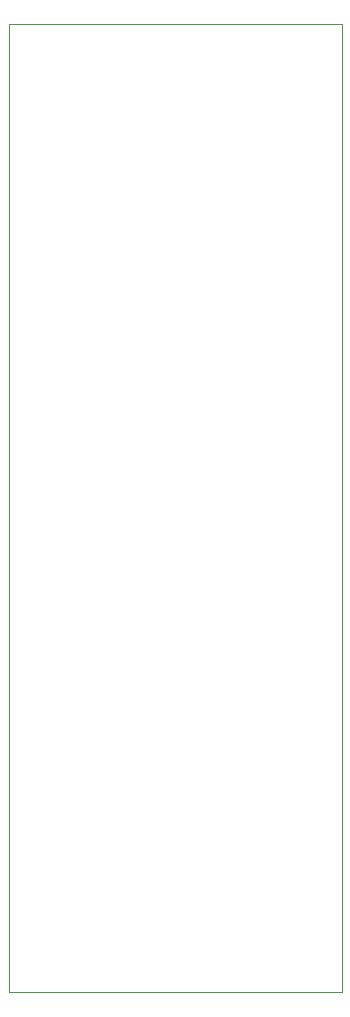
<source format=gbr>
%TF.GenerationSoftware,KiCad,Pcbnew,(5.1.10-1-10_14)*%
%TF.CreationDate,2022-03-12T11:50:30+00:00*%
%TF.ProjectId,altram_68k_r2,616c7472-616d-45f3-9638-6b5f72322e6b,2*%
%TF.SameCoordinates,Original*%
%TF.FileFunction,Profile,NP*%
%FSLAX46Y46*%
G04 Gerber Fmt 4.6, Leading zero omitted, Abs format (unit mm)*
G04 Created by KiCad (PCBNEW (5.1.10-1-10_14)) date 2022-03-12 11:50:30*
%MOMM*%
%LPD*%
G01*
G04 APERTURE LIST*
%TA.AperFunction,Profile*%
%ADD10C,0.050000*%
%TD*%
G04 APERTURE END LIST*
D10*
X130500000Y-54000000D02*
X130400000Y-54000000D01*
X130400000Y-136000000D02*
X130400000Y-54000000D01*
X158600000Y-136000000D02*
X130400000Y-136000000D01*
X158600000Y-54000000D02*
X158600000Y-136000000D01*
X130500000Y-54000000D02*
X158600000Y-54000000D01*
M02*

</source>
